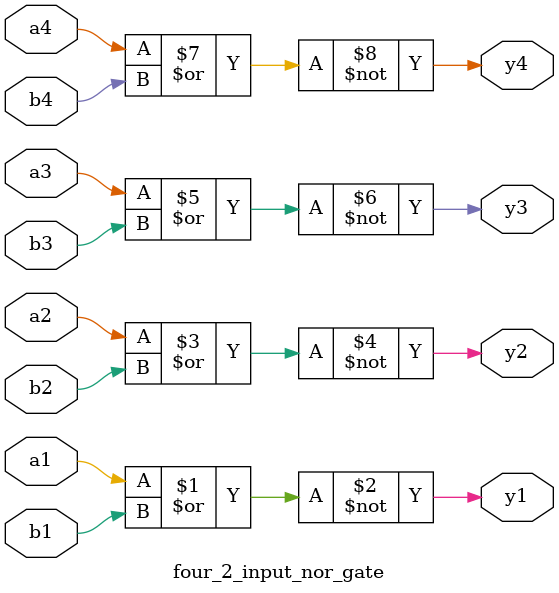
<source format=v>
`timescale 1ns / 1ps

module four_2_input_nor_gate #(parameter DELAY = 10)(
    input wire a1,b1,a2,b2,a3,b3,a4,b4,
    output wire y1,y2,y3,y4
    );
    
    nor #DELAY (y1,a1,b1);
    nor #DELAY (y2,a2,b2);
    nor #DELAY (y3,a3,b3);
    nor #DELAY (y4,a4,b4);
    
endmodule

</source>
